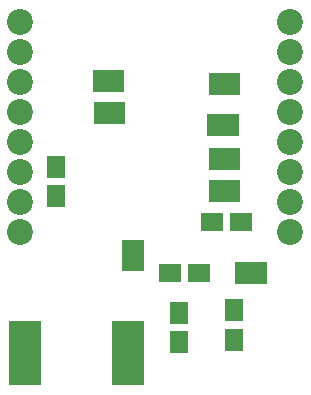
<source format=gbs>
%TF.GenerationSoftware,KiCad,Pcbnew,5.0.0-rc2-dev-unknown-c6ef0d5~62~ubuntu17.10.1*%
%TF.CreationDate,2018-03-19T22:23:23-07:00*%
%TF.ProjectId,lora_nodemcu,6C6F72615F6E6F64656D63752E6B6963,rev?*%
%TF.SameCoordinates,Original*%
%TF.FileFunction,Soldermask,Bot*%
%TF.FilePolarity,Negative*%
%FSLAX46Y46*%
G04 Gerber Fmt 4.6, Leading zero omitted, Abs format (unit mm)*
G04 Created by KiCad (PCBNEW 5.0.0-rc2-dev-unknown-c6ef0d5~62~ubuntu17.10.1) date Mon Mar 19 22:23:23 2018*
%MOMM*%
%LPD*%
G01*
G04 APERTURE LIST*
%ADD10R,1.400000X1.900000*%
%ADD11R,0.900000X1.000000*%
%ADD12R,1.000000X0.900000*%
%ADD13R,1.900000X1.400000*%
%ADD14C,2.200000*%
%ADD15R,1.900000X1.650000*%
%ADD16R,1.650000X1.900000*%
%ADD17R,2.820000X5.480000*%
G04 APERTURE END LIST*
D10*
%TO.C,R5*%
X155150000Y-82200000D03*
X153850000Y-82200000D03*
D11*
X154500000Y-82200000D03*
%TD*%
%TO.C,R4*%
X154400000Y-85700000D03*
D10*
X153750000Y-85700000D03*
X155050000Y-85700000D03*
%TD*%
%TO.C,L1*%
X156100000Y-98250000D03*
X157400000Y-98250000D03*
D11*
X156750000Y-98250000D03*
%TD*%
D12*
%TO.C,L2*%
X146750000Y-96750000D03*
D13*
X146750000Y-97400000D03*
X146750000Y-96100000D03*
%TD*%
D10*
%TO.C,R1*%
X144150000Y-84700000D03*
X145450000Y-84700000D03*
D11*
X144800000Y-84700000D03*
%TD*%
%TO.C,R2*%
X144700000Y-82000000D03*
D10*
X145350000Y-82000000D03*
X144050000Y-82000000D03*
%TD*%
%TO.C,R3*%
X155150000Y-91300000D03*
X153850000Y-91300000D03*
D11*
X154500000Y-91300000D03*
%TD*%
%TO.C,R6*%
X154500000Y-88600000D03*
D10*
X153850000Y-88600000D03*
X155150000Y-88600000D03*
%TD*%
D14*
%TO.C,U3*%
X137236200Y-76962000D03*
X137236200Y-79502000D03*
X137236200Y-82042000D03*
X137236200Y-84582000D03*
X137236200Y-87122000D03*
X137236200Y-89662000D03*
X137236200Y-92202000D03*
X137236200Y-94742000D03*
X160096200Y-94742000D03*
X160096200Y-92202000D03*
X160096200Y-89662000D03*
X160096200Y-87122000D03*
X160096200Y-84582000D03*
X160096200Y-82042000D03*
X160096200Y-79502000D03*
X160096200Y-76962000D03*
%TD*%
D15*
%TO.C,C3*%
X149875000Y-98250000D03*
X152375000Y-98250000D03*
%TD*%
%TO.C,C5*%
X155950000Y-93900000D03*
X153450000Y-93900000D03*
%TD*%
D16*
%TO.C,C4*%
X140250000Y-91750000D03*
X140250000Y-89250000D03*
%TD*%
D17*
%TO.C,AE1*%
X137620000Y-105020000D03*
X146380000Y-105020000D03*
%TD*%
D16*
%TO.C,C1*%
X150700000Y-101600000D03*
X150700000Y-104100000D03*
%TD*%
%TO.C,C2*%
X155350000Y-101400000D03*
X155350000Y-103900000D03*
%TD*%
M02*

</source>
